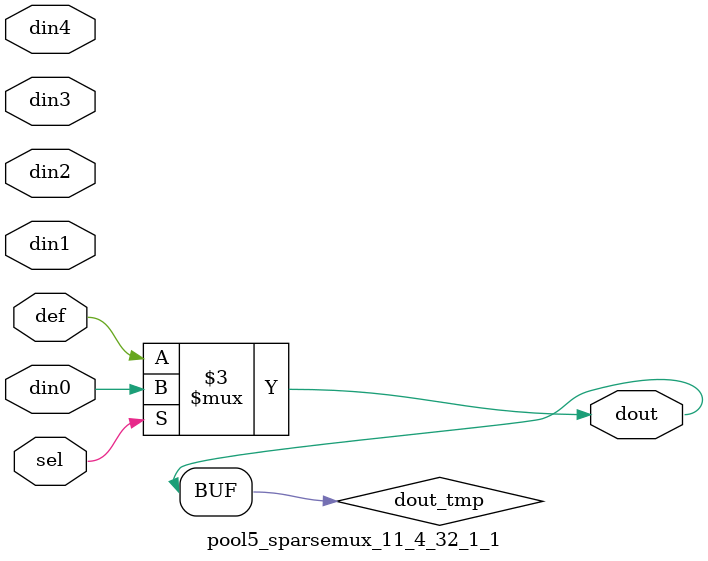
<source format=v>
`timescale 1ns / 1ps

module pool5_sparsemux_11_4_32_1_1 (din0,din1,din2,din3,din4,def,sel,dout);

parameter din0_WIDTH = 1;

parameter din1_WIDTH = 1;

parameter din2_WIDTH = 1;

parameter din3_WIDTH = 1;

parameter din4_WIDTH = 1;

parameter def_WIDTH = 1;
parameter sel_WIDTH = 1;
parameter dout_WIDTH = 1;

parameter [sel_WIDTH-1:0] CASE0 = 1;

parameter [sel_WIDTH-1:0] CASE1 = 1;

parameter [sel_WIDTH-1:0] CASE2 = 1;

parameter [sel_WIDTH-1:0] CASE3 = 1;

parameter [sel_WIDTH-1:0] CASE4 = 1;

parameter ID = 1;
parameter NUM_STAGE = 1;



input [din0_WIDTH-1:0] din0;

input [din1_WIDTH-1:0] din1;

input [din2_WIDTH-1:0] din2;

input [din3_WIDTH-1:0] din3;

input [din4_WIDTH-1:0] din4;

input [def_WIDTH-1:0] def;
input [sel_WIDTH-1:0] sel;

output [dout_WIDTH-1:0] dout;



reg [dout_WIDTH-1:0] dout_tmp;


always @ (*) begin
(* parallel_case *) case (sel)
    
    CASE0 : dout_tmp = din0;
    
    CASE1 : dout_tmp = din1;
    
    CASE2 : dout_tmp = din2;
    
    CASE3 : dout_tmp = din3;
    
    CASE4 : dout_tmp = din4;
    
    default : dout_tmp = def;
endcase
end


assign dout = dout_tmp;



endmodule

</source>
